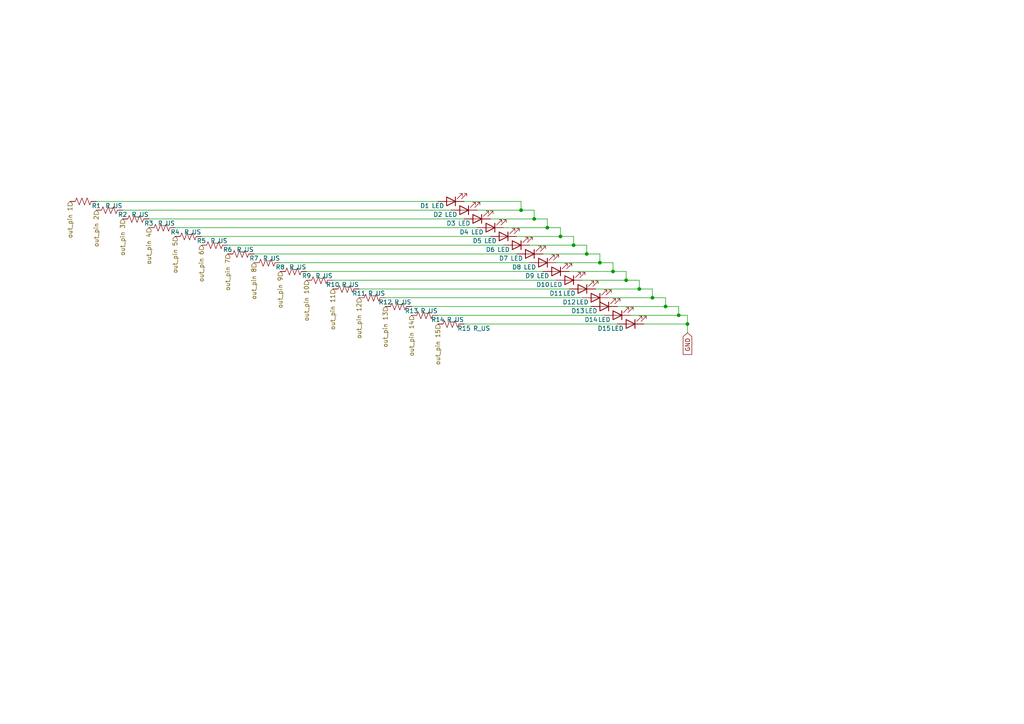
<source format=kicad_sch>
(kicad_sch (version 20230121) (generator eeschema)
  (paper "A4")
  (lib_symbols
    (symbol "Device:LED" (pin_numbers hide) (pin_names (offset 1.016) hide)
      (property "Reference" "D" (at 0 2.54 0))
      (property "Value" "LED" (at 0 -2.54 0))
      (symbol "LED_0_1"
        (polyline (pts (xy -1.27 -1.27) (xy -1.27 1.27)) (stroke (width 0.254)))
        (polyline (pts (xy -1.27 0) (xy 1.27 0)))
        (polyline (pts (xy 1.27 -1.27) (xy 1.27 1.27) (xy -1.27 0) (xy 1.27 -1.27)) (stroke (width 0.254)))
        (polyline (pts (xy -3.048 -0.762) (xy -4.572 -2.286) (xy -3.81 -2.286) (xy -4.572 -2.286) (xy -4.572 -1.524)))
        (polyline (pts (xy -1.778 -0.762) (xy -3.302 -2.286) (xy -2.54 -2.286) (xy -3.302 -2.286) (xy -3.302 -1.524)))
      )
      (symbol "LED_1_1"
        (pin passive line (at -3.81 0 0) (length 2.54) (name "K") (number "1"))
        (pin passive line (at 3.81 0 180) (length 2.54) (name "A") (number "2"))
      )
    )
    (symbol "Device:R_US" (pin_numbers hide) (pin_names (offset 0))
      (property "Reference" "R" (at 2.54 0 90))
      (property "Value" "R_US" (at -2.54 0 90))
      (symbol "R_US_0_1"
        (polyline (pts (xy 0 -2.286) (xy 0 -2.54)))
        (polyline (pts (xy 0 2.286) (xy 0 2.54)))
        (polyline (pts (xy 0 -0.762) (xy 1.016 -1.143) (xy 0 -1.524) (xy -1.016 -1.905) (xy 0 -2.286)))
        (polyline (pts (xy 0 0.762) (xy 1.016 0.381) (xy 0 0) (xy -1.016 -0.381) (xy 0 -0.762)))
        (polyline (pts (xy 0 2.286) (xy 1.016 1.905) (xy 0 1.524) (xy -1.016 1.143) (xy 0 0.762)))
      )
      (symbol "R_US_1_1"
        (pin passive line (at 0 3.81 270) (length 1.27) (name "~") (number "1"))
        (pin passive line (at 0 -3.81 90) (length 1.27) (name "~") (number "2"))
      )
    )
  )
  (junction (at 193.04 88.9))
  (junction (at 158.75 66.04))
  (junction (at 170.18 73.66))
  (junction (at 196.85 91.44))
  (junction (at 177.8 78.74))
  (junction (at 173.99 76.2))
  (junction (at 162.56 68.58))
  (junction (at 154.94 63.5))
  (junction (at 199.39 93.98))
  (junction (at 151.13 60.96))
  (junction (at 166.37 71.12))
  (junction (at 181.61 81.28))
  (junction (at 189.23 86.36))
  (junction (at 185.42 83.82))
  (wire (pts (xy 162.56 66.04) (xy 162.56 68.58)))
  (wire (pts (xy 134.62 93.98) (xy 179.07 93.98)))
  (wire (pts (xy 165.1 78.74) (xy 177.8 78.74)))
  (wire (pts (xy 119.38 88.9) (xy 171.45 88.9)))
  (wire (pts (xy 193.04 86.36) (xy 189.23 86.36)))
  (wire (pts (xy 104.14 83.82) (xy 165.1 83.82)))
  (wire (pts (xy 176.53 86.36) (xy 189.23 86.36)))
  (wire (pts (xy 196.85 88.9) (xy 193.04 88.9)))
  (wire (pts (xy 43.18 63.5) (xy 134.62 63.5)))
  (wire (pts (xy 166.37 68.58) (xy 162.56 68.58)))
  (wire (pts (xy 186.69 93.98) (xy 199.39 93.98)))
  (wire (pts (xy 189.23 83.82) (xy 185.42 83.82)))
  (wire (pts (xy 158.75 63.5) (xy 158.75 66.04)))
  (wire (pts (xy 138.43 60.96) (xy 151.13 60.96)))
  (wire (pts (xy 177.8 76.2) (xy 173.99 76.2)))
  (wire (pts (xy 66.04 71.12) (xy 146.05 71.12)))
  (wire (pts (xy 149.86 68.58) (xy 162.56 68.58)))
  (wire (pts (xy 166.37 68.58) (xy 166.37 71.12)))
  (wire (pts (xy 179.07 88.9) (xy 193.04 88.9)))
  (wire (pts (xy 157.48 73.66) (xy 170.18 73.66)))
  (wire (pts (xy 153.67 71.12) (xy 166.37 71.12)))
  (wire (pts (xy 111.76 86.36) (xy 168.91 86.36)))
  (wire (pts (xy 193.04 86.36) (xy 193.04 88.9)))
  (wire (pts (xy 27.94 58.42) (xy 127 58.42)))
  (wire (pts (xy 158.75 63.5) (xy 154.94 63.5)))
  (wire (pts (xy 199.39 91.44) (xy 199.39 93.98)))
  (wire (pts (xy 162.56 66.04) (xy 158.75 66.04)))
  (wire (pts (xy 185.42 81.28) (xy 185.42 83.82)))
  (wire (pts (xy 151.13 58.42) (xy 151.13 60.96)))
  (wire (pts (xy 142.24 63.5) (xy 154.94 63.5)))
  (wire (pts (xy 199.39 93.98) (xy 199.39 96.52)))
  (wire (pts (xy 199.39 91.44) (xy 196.85 91.44)))
  (wire (pts (xy 173.99 73.66) (xy 173.99 76.2)))
  (wire (pts (xy 88.9 78.74) (xy 157.48 78.74)))
  (wire (pts (xy 170.18 71.12) (xy 166.37 71.12)))
  (wire (pts (xy 134.62 58.42) (xy 151.13 58.42)))
  (wire (pts (xy 172.72 83.82) (xy 185.42 83.82)))
  (wire (pts (xy 58.42 68.58) (xy 142.24 68.58)))
  (wire (pts (xy 181.61 78.74) (xy 177.8 78.74)))
  (wire (pts (xy 154.94 60.96) (xy 154.94 63.5)))
  (wire (pts (xy 181.61 78.74) (xy 181.61 81.28)))
  (wire (pts (xy 182.88 91.44) (xy 196.85 91.44)))
  (wire (pts (xy 96.52 81.28) (xy 161.29 81.28)))
  (wire (pts (xy 161.29 76.2) (xy 173.99 76.2)))
  (wire (pts (xy 196.85 88.9) (xy 196.85 91.44)))
  (wire (pts (xy 73.66 73.66) (xy 149.86 73.66)))
  (wire (pts (xy 154.94 60.96) (xy 151.13 60.96)))
  (wire (pts (xy 177.8 76.2) (xy 177.8 78.74)))
  (wire (pts (xy 181.61 81.28) (xy 185.42 81.28)))
  (wire (pts (xy 173.99 73.66) (xy 170.18 73.66)))
  (wire (pts (xy 50.8 66.04) (xy 138.43 66.04)))
  (wire (pts (xy 189.23 83.82) (xy 189.23 86.36)))
  (wire (pts (xy 146.05 66.04) (xy 158.75 66.04)))
  (wire (pts (xy 81.28 76.2) (xy 153.67 76.2)))
  (wire (pts (xy 168.91 81.28) (xy 181.61 81.28)))
  (wire (pts (xy 170.18 71.12) (xy 170.18 73.66)))
  (wire (pts (xy 127 91.44) (xy 175.26 91.44)))
  (wire (pts (xy 35.56 60.96) (xy 130.81 60.96)))
  (global_label "GND" (shape input) (at 199.39 96.52 270) (property "Intersheetrefs" "${INTERSHEET_REFS}" (effects hide)))
  (hierarchical_label "out_pin 14" (shape input) (at 119.38 91.44 270))
  (hierarchical_label "out_pin 12" (shape input) (at 104.14 86.36 270))
  (hierarchical_label "out_pin 15" (shape input) (at 127 93.98 270))
  (hierarchical_label "out_pin 9" (shape input) (at 81.28 78.74 270))
  (hierarchical_label "out_pin 13" (shape input) (at 111.76 88.9 270))
  (hierarchical_label "out_pin 5" (shape input) (at 50.8 68.58 270))
  (hierarchical_label "out_pin 7" (shape input) (at 66.04 73.66 270))
  (hierarchical_label "out_pin 1" (shape input) (at 20.32 58.42 270))
  (hierarchical_label "out_pin 3" (shape input) (at 35.56 63.5 270))
  (hierarchical_label "out_pin 4" (shape input) (at 43.18 66.04 270))
  (hierarchical_label "out_pin 6" (shape input) (at 58.42 71.12 270))
  (hierarchical_label "out_pin 10" (shape input) (at 88.9 81.28 270))
  (hierarchical_label "out_pin 2" (shape input) (at 27.94 60.96 270))
  (hierarchical_label "out_pin 8" (shape input) (at 73.66 76.2 270))
  (hierarchical_label "out_pin 11" (shape input) (at 96.52 83.82 270))
  (symbol (lib_id "Device:LED") (at 165.1 81.28 180) (unit 1)
    (property "Reference" "D10" (at 157.48 82.55 0))
    (property "Value" "LED" (at 161.29 82.55 0))
    (property "Footprint" "LED_THT:LED_D3.0mm" (effects hide))
  )
  (symbol (lib_id "Device:LED") (at 172.72 86.36 180) (unit 1)
    (property "Reference" "D12" (at 165.1 87.63 0))
    (property "Value" "LED" (at 168.91 87.63 0))
    (property "Footprint" "LED_THT:LED_D3.0mm" (effects hide))
  )
  (symbol (lib_id "Device:R_US") (at 100.33 83.82 90) (unit 1)
    (property "Reference" "R11" (at 104.14 85.09 90))
    (property "Value" "R_US" (at 109.22 85.09 90))
    (property "Footprint" "Resistor_THT:R_Axial_DIN0207_L6.3mm_D2.5mm_P10.16mm_Horizontal" (effects hide))
  )
  (symbol (lib_id "Device:R_US") (at 46.99 66.04 90) (unit 1)
    (property "Reference" "R4" (at 50.8 67.31 90))
    (property "Value" "R_US" (at 55.88 67.31 90))
    (property "Footprint" "Resistor_THT:R_Axial_DIN0207_L6.3mm_D2.5mm_P10.16mm_Horizontal" (effects hide))
  )
  (symbol (lib_id "Device:R_US") (at 24.13 58.42 90) (unit 1)
    (property "Reference" "R1" (at 27.94 59.69 90))
    (property "Value" "R_US" (at 33.02 59.69 90))
    (property "Footprint" "Resistor_THT:R_Axial_DIN0207_L6.3mm_D2.5mm_P10.16mm_Horizontal" (effects hide))
  )
  (symbol (lib_id "Device:R_US") (at 39.37 63.5 90) (unit 1)
    (property "Reference" "R3" (at 43.18 64.77 90))
    (property "Value" "R_US" (at 48.26 64.77 90))
    (property "Footprint" "Resistor_THT:R_Axial_DIN0207_L6.3mm_D2.5mm_P10.16mm_Horizontal" (effects hide))
  )
  (symbol (lib_id "Device:R_US") (at 31.75 60.96 90) (unit 1)
    (property "Reference" "R2" (at 35.56 62.23 90))
    (property "Value" "R_US" (at 40.64 62.23 90))
    (property "Footprint" "Resistor_THT:R_Axial_DIN0207_L6.3mm_D2.5mm_P10.16mm_Horizontal" (effects hide))
  )
  (symbol (lib_id "Device:LED") (at 182.88 93.98 180) (unit 1)
    (property "Reference" "D15" (at 175.26 95.25 0))
    (property "Value" "LED" (at 179.07 95.25 0))
    (property "Footprint" "LED_THT:LED_D3.0mm" (effects hide))
  )
  (symbol (lib_id "Device:LED") (at 153.67 73.66 180) (unit 1)
    (property "Reference" "D7" (at 146.05 74.93 0))
    (property "Value" "LED" (at 149.86 74.93 0))
    (property "Footprint" "LED_THT:LED_D3.0mm" (effects hide))
  )
  (symbol (lib_id "Device:LED") (at 168.91 83.82 180) (unit 1)
    (property "Reference" "D11" (at 161.29 85.09 0))
    (property "Value" "LED" (at 165.1 85.09 0))
    (property "Footprint" "LED_THT:LED_D3.0mm" (effects hide))
  )
  (symbol (lib_id "Device:R_US") (at 107.95 86.36 90) (unit 1)
    (property "Reference" "R12" (at 111.76 87.63 90))
    (property "Value" "R_US" (at 116.84 87.63 90))
    (property "Footprint" "Resistor_THT:R_Axial_DIN0207_L6.3mm_D2.5mm_P10.16mm_Horizontal" (effects hide))
  )
  (symbol (lib_id "Device:LED") (at 138.43 63.5 180) (unit 1)
    (property "Reference" "D3" (at 130.81 64.77 0))
    (property "Value" "LED" (at 134.62 64.77 0))
    (property "Footprint" "LED_THT:LED_D3.0mm" (effects hide))
  )
  (symbol (lib_id "Device:LED") (at 175.26 88.9 180) (unit 1)
    (property "Reference" "D13" (at 167.64 90.17 0))
    (property "Value" "LED" (at 171.45 90.17 0))
    (property "Footprint" "LED_THT:LED_D3.0mm" (effects hide))
  )
  (symbol (lib_id "Device:R_US") (at 92.71 81.28 90) (unit 1)
    (property "Reference" "R10" (at 96.52 82.55 90))
    (property "Value" "R_US" (at 101.6 82.55 90))
    (property "Footprint" "Resistor_THT:R_Axial_DIN0207_L6.3mm_D2.5mm_P10.16mm_Horizontal" (effects hide))
  )
  (symbol (lib_id "Device:R_US") (at 130.81 93.98 90) (unit 1)
    (property "Reference" "R15" (at 134.62 95.25 90))
    (property "Value" "R_US" (at 139.7 95.25 90))
    (property "Footprint" "Resistor_THT:R_Axial_DIN0207_L6.3mm_D2.5mm_P10.16mm_Horizontal" (effects hide))
  )
  (symbol (lib_id "Device:LED") (at 149.86 71.12 180) (unit 1)
    (property "Reference" "D6" (at 142.24 72.39 0))
    (property "Value" "LED" (at 146.05 72.39 0))
    (property "Footprint" "LED_THT:LED_D3.0mm" (effects hide))
  )
  (symbol (lib_id "Device:LED") (at 130.81 58.42 180) (unit 1)
    (property "Reference" "D1" (at 123.19 59.69 0))
    (property "Value" "LED" (at 127 59.69 0))
    (property "Footprint" "LED_THT:LED_D3.0mm" (effects hide))
  )
  (symbol (lib_id "Device:LED") (at 134.62 60.96 180) (unit 1)
    (property "Reference" "D2" (at 127 62.23 0))
    (property "Value" "LED" (at 130.81 62.23 0))
    (property "Footprint" "LED_THT:LED_D3.0mm" (effects hide))
  )
  (symbol (lib_id "Device:LED") (at 146.05 68.58 180) (unit 1)
    (property "Reference" "D5" (at 138.43 69.85 0))
    (property "Value" "LED" (at 142.24 69.85 0))
    (property "Footprint" "LED_THT:LED_D3.0mm" (effects hide))
  )
  (symbol (lib_id "Device:LED") (at 161.29 78.74 180) (unit 1)
    (property "Reference" "D9" (at 153.67 80.01 0))
    (property "Value" "LED" (at 157.48 80.01 0))
    (property "Footprint" "LED_THT:LED_D3.0mm" (effects hide))
  )
  (symbol (lib_id "Device:LED") (at 142.24 66.04 180) (unit 1)
    (property "Reference" "D4" (at 134.62 67.31 0))
    (property "Value" "LED" (at 138.43 67.31 0))
    (property "Footprint" "LED_THT:LED_D3.0mm" (effects hide))
  )
  (symbol (lib_id "Device:R_US") (at 54.61 68.58 90) (unit 1)
    (property "Reference" "R5" (at 58.42 69.85 90))
    (property "Value" "R_US" (at 63.5 69.85 90))
    (property "Footprint" "Resistor_THT:R_Axial_DIN0207_L6.3mm_D2.5mm_P10.16mm_Horizontal" (effects hide))
  )
  (symbol (lib_id "Device:LED") (at 179.07 91.44 180) (unit 1)
    (property "Reference" "D14" (at 171.45 92.71 0))
    (property "Value" "LED" (at 175.26 92.71 0))
    (property "Footprint" "LED_THT:LED_D3.0mm" (effects hide))
  )
  (symbol (lib_id "Device:R_US") (at 62.23 71.12 90) (unit 1)
    (property "Reference" "R6" (at 66.04 72.39 90))
    (property "Value" "R_US" (at 71.12 72.39 90))
    (property "Footprint" "Resistor_THT:R_Axial_DIN0207_L6.3mm_D2.5mm_P10.16mm_Horizontal" (effects hide))
  )
  (symbol (lib_id "Device:R_US") (at 85.09 78.74 90) (unit 1)
    (property "Reference" "R9" (at 88.9 80.01 90))
    (property "Value" "R_US" (at 93.98 80.01 90))
    (property "Footprint" "Resistor_THT:R_Axial_DIN0207_L6.3mm_D2.5mm_P10.16mm_Horizontal" (effects hide))
  )
  (symbol (lib_id "Device:R_US") (at 69.85 73.66 90) (unit 1)
    (property "Reference" "R7" (at 73.66 74.93 90))
    (property "Value" "R_US" (at 78.74 74.93 90))
    (property "Footprint" "Resistor_THT:R_Axial_DIN0207_L6.3mm_D2.5mm_P10.16mm_Horizontal" (effects hide))
  )
  (symbol (lib_id "Device:R_US") (at 115.57 88.9 90) (unit 1)
    (property "Reference" "R13" (at 119.38 90.17 90))
    (property "Value" "R_US" (at 124.46 90.17 90))
    (property "Footprint" "Resistor_THT:R_Axial_DIN0207_L6.3mm_D2.5mm_P10.16mm_Horizontal" (effects hide))
  )
  (symbol (lib_id "Device:R_US") (at 123.19 91.44 90) (unit 1)
    (property "Reference" "R14" (at 127 92.71 90))
    (property "Value" "R_US" (at 132.08 92.71 90))
    (property "Footprint" "Resistor_THT:R_Axial_DIN0207_L6.3mm_D2.5mm_P10.16mm_Horizontal" (effects hide))
  )
  (symbol (lib_id "Device:R_US") (at 77.47 76.2 90) (unit 1)
    (property "Reference" "R8" (at 81.28 77.47 90))
    (property "Value" "R_US" (at 86.36 77.47 90))
    (property "Footprint" "Resistor_THT:R_Axial_DIN0207_L6.3mm_D2.5mm_P10.16mm_Horizontal" (effects hide))
  )
  (symbol (lib_id "Device:LED") (at 157.48 76.2 180) (unit 1)
    (property "Reference" "D8" (at 149.86 77.47 0))
    (property "Value" "LED" (at 153.67 77.47 0))
    (property "Footprint" "LED_THT:LED_D3.0mm" (effects hide))
  )
)
</source>
